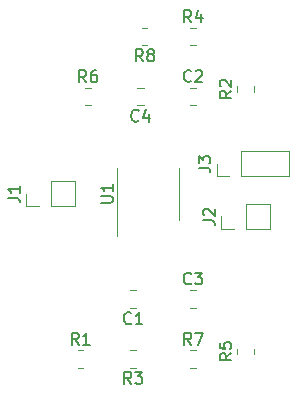
<source format=gbr>
%TF.GenerationSoftware,KiCad,Pcbnew,(6.0.2)*%
%TF.CreationDate,2022-05-06T08:02:59-03:00*%
%TF.ProjectId,Nono_Circuito_SMD,4e6f6e6f-5f43-4697-9263-7569746f5f53,rev?*%
%TF.SameCoordinates,Original*%
%TF.FileFunction,Legend,Top*%
%TF.FilePolarity,Positive*%
%FSLAX46Y46*%
G04 Gerber Fmt 4.6, Leading zero omitted, Abs format (unit mm)*
G04 Created by KiCad (PCBNEW (6.0.2)) date 2022-05-06 08:02:59*
%MOMM*%
%LPD*%
G01*
G04 APERTURE LIST*
%ADD10C,0.150000*%
%ADD11C,0.120000*%
G04 APERTURE END LIST*
D10*
%TO.C,R5*%
X100402380Y-108116666D02*
X99926190Y-108450000D01*
X100402380Y-108688095D02*
X99402380Y-108688095D01*
X99402380Y-108307142D01*
X99450000Y-108211904D01*
X99497619Y-108164285D01*
X99592857Y-108116666D01*
X99735714Y-108116666D01*
X99830952Y-108164285D01*
X99878571Y-108211904D01*
X99926190Y-108307142D01*
X99926190Y-108688095D01*
X99402380Y-107211904D02*
X99402380Y-107688095D01*
X99878571Y-107735714D01*
X99830952Y-107688095D01*
X99783333Y-107592857D01*
X99783333Y-107354761D01*
X99830952Y-107259523D01*
X99878571Y-107211904D01*
X99973809Y-107164285D01*
X100211904Y-107164285D01*
X100307142Y-107211904D01*
X100354761Y-107259523D01*
X100402380Y-107354761D01*
X100402380Y-107592857D01*
X100354761Y-107688095D01*
X100307142Y-107735714D01*
%TO.C,R4*%
X96988333Y-80082380D02*
X96655000Y-79606190D01*
X96416904Y-80082380D02*
X96416904Y-79082380D01*
X96797857Y-79082380D01*
X96893095Y-79130000D01*
X96940714Y-79177619D01*
X96988333Y-79272857D01*
X96988333Y-79415714D01*
X96940714Y-79510952D01*
X96893095Y-79558571D01*
X96797857Y-79606190D01*
X96416904Y-79606190D01*
X97845476Y-79415714D02*
X97845476Y-80082380D01*
X97607380Y-79034761D02*
X97369285Y-79749047D01*
X97988333Y-79749047D01*
%TO.C,U1*%
X89347380Y-95376904D02*
X90156904Y-95376904D01*
X90252142Y-95329285D01*
X90299761Y-95281666D01*
X90347380Y-95186428D01*
X90347380Y-94995952D01*
X90299761Y-94900714D01*
X90252142Y-94853095D01*
X90156904Y-94805476D01*
X89347380Y-94805476D01*
X90347380Y-93805476D02*
X90347380Y-94376904D01*
X90347380Y-94091190D02*
X89347380Y-94091190D01*
X89490238Y-94186428D01*
X89585476Y-94281666D01*
X89633095Y-94376904D01*
%TO.C,C3*%
X96988333Y-102182142D02*
X96940714Y-102229761D01*
X96797857Y-102277380D01*
X96702619Y-102277380D01*
X96559761Y-102229761D01*
X96464523Y-102134523D01*
X96416904Y-102039285D01*
X96369285Y-101848809D01*
X96369285Y-101705952D01*
X96416904Y-101515476D01*
X96464523Y-101420238D01*
X96559761Y-101325000D01*
X96702619Y-101277380D01*
X96797857Y-101277380D01*
X96940714Y-101325000D01*
X96988333Y-101372619D01*
X97321666Y-101277380D02*
X97940714Y-101277380D01*
X97607380Y-101658333D01*
X97750238Y-101658333D01*
X97845476Y-101705952D01*
X97893095Y-101753571D01*
X97940714Y-101848809D01*
X97940714Y-102086904D01*
X97893095Y-102182142D01*
X97845476Y-102229761D01*
X97750238Y-102277380D01*
X97464523Y-102277380D01*
X97369285Y-102229761D01*
X97321666Y-102182142D01*
%TO.C,J2*%
X97992380Y-96853333D02*
X98706666Y-96853333D01*
X98849523Y-96900952D01*
X98944761Y-96996190D01*
X98992380Y-97139047D01*
X98992380Y-97234285D01*
X98087619Y-96424761D02*
X98040000Y-96377142D01*
X97992380Y-96281904D01*
X97992380Y-96043809D01*
X98040000Y-95948571D01*
X98087619Y-95900952D01*
X98182857Y-95853333D01*
X98278095Y-95853333D01*
X98420952Y-95900952D01*
X98992380Y-96472380D01*
X98992380Y-95853333D01*
%TO.C,C4*%
X92543333Y-88397142D02*
X92495714Y-88444761D01*
X92352857Y-88492380D01*
X92257619Y-88492380D01*
X92114761Y-88444761D01*
X92019523Y-88349523D01*
X91971904Y-88254285D01*
X91924285Y-88063809D01*
X91924285Y-87920952D01*
X91971904Y-87730476D01*
X92019523Y-87635238D01*
X92114761Y-87540000D01*
X92257619Y-87492380D01*
X92352857Y-87492380D01*
X92495714Y-87540000D01*
X92543333Y-87587619D01*
X93400476Y-87825714D02*
X93400476Y-88492380D01*
X93162380Y-87444761D02*
X92924285Y-88159047D01*
X93543333Y-88159047D01*
%TO.C,R3*%
X91908333Y-110687380D02*
X91575000Y-110211190D01*
X91336904Y-110687380D02*
X91336904Y-109687380D01*
X91717857Y-109687380D01*
X91813095Y-109735000D01*
X91860714Y-109782619D01*
X91908333Y-109877857D01*
X91908333Y-110020714D01*
X91860714Y-110115952D01*
X91813095Y-110163571D01*
X91717857Y-110211190D01*
X91336904Y-110211190D01*
X92241666Y-109687380D02*
X92860714Y-109687380D01*
X92527380Y-110068333D01*
X92670238Y-110068333D01*
X92765476Y-110115952D01*
X92813095Y-110163571D01*
X92860714Y-110258809D01*
X92860714Y-110496904D01*
X92813095Y-110592142D01*
X92765476Y-110639761D01*
X92670238Y-110687380D01*
X92384523Y-110687380D01*
X92289285Y-110639761D01*
X92241666Y-110592142D01*
%TO.C,J3*%
X97627380Y-92408333D02*
X98341666Y-92408333D01*
X98484523Y-92455952D01*
X98579761Y-92551190D01*
X98627380Y-92694047D01*
X98627380Y-92789285D01*
X97627380Y-92027380D02*
X97627380Y-91408333D01*
X98008333Y-91741666D01*
X98008333Y-91598809D01*
X98055952Y-91503571D01*
X98103571Y-91455952D01*
X98198809Y-91408333D01*
X98436904Y-91408333D01*
X98532142Y-91455952D01*
X98579761Y-91503571D01*
X98627380Y-91598809D01*
X98627380Y-91884523D01*
X98579761Y-91979761D01*
X98532142Y-92027380D01*
%TO.C,R8*%
X92900833Y-83382380D02*
X92567500Y-82906190D01*
X92329404Y-83382380D02*
X92329404Y-82382380D01*
X92710357Y-82382380D01*
X92805595Y-82430000D01*
X92853214Y-82477619D01*
X92900833Y-82572857D01*
X92900833Y-82715714D01*
X92853214Y-82810952D01*
X92805595Y-82858571D01*
X92710357Y-82906190D01*
X92329404Y-82906190D01*
X93472261Y-82810952D02*
X93377023Y-82763333D01*
X93329404Y-82715714D01*
X93281785Y-82620476D01*
X93281785Y-82572857D01*
X93329404Y-82477619D01*
X93377023Y-82430000D01*
X93472261Y-82382380D01*
X93662738Y-82382380D01*
X93757976Y-82430000D01*
X93805595Y-82477619D01*
X93853214Y-82572857D01*
X93853214Y-82620476D01*
X93805595Y-82715714D01*
X93757976Y-82763333D01*
X93662738Y-82810952D01*
X93472261Y-82810952D01*
X93377023Y-82858571D01*
X93329404Y-82906190D01*
X93281785Y-83001428D01*
X93281785Y-83191904D01*
X93329404Y-83287142D01*
X93377023Y-83334761D01*
X93472261Y-83382380D01*
X93662738Y-83382380D01*
X93757976Y-83334761D01*
X93805595Y-83287142D01*
X93853214Y-83191904D01*
X93853214Y-83001428D01*
X93805595Y-82906190D01*
X93757976Y-82858571D01*
X93662738Y-82810952D01*
%TO.C,C2*%
X96988333Y-85037142D02*
X96940714Y-85084761D01*
X96797857Y-85132380D01*
X96702619Y-85132380D01*
X96559761Y-85084761D01*
X96464523Y-84989523D01*
X96416904Y-84894285D01*
X96369285Y-84703809D01*
X96369285Y-84560952D01*
X96416904Y-84370476D01*
X96464523Y-84275238D01*
X96559761Y-84180000D01*
X96702619Y-84132380D01*
X96797857Y-84132380D01*
X96940714Y-84180000D01*
X96988333Y-84227619D01*
X97369285Y-84227619D02*
X97416904Y-84180000D01*
X97512142Y-84132380D01*
X97750238Y-84132380D01*
X97845476Y-84180000D01*
X97893095Y-84227619D01*
X97940714Y-84322857D01*
X97940714Y-84418095D01*
X97893095Y-84560952D01*
X97321666Y-85132380D01*
X97940714Y-85132380D01*
%TO.C,R7*%
X96988333Y-107387380D02*
X96655000Y-106911190D01*
X96416904Y-107387380D02*
X96416904Y-106387380D01*
X96797857Y-106387380D01*
X96893095Y-106435000D01*
X96940714Y-106482619D01*
X96988333Y-106577857D01*
X96988333Y-106720714D01*
X96940714Y-106815952D01*
X96893095Y-106863571D01*
X96797857Y-106911190D01*
X96416904Y-106911190D01*
X97321666Y-106387380D02*
X97988333Y-106387380D01*
X97559761Y-107387380D01*
%TO.C,C1*%
X91908333Y-105542142D02*
X91860714Y-105589761D01*
X91717857Y-105637380D01*
X91622619Y-105637380D01*
X91479761Y-105589761D01*
X91384523Y-105494523D01*
X91336904Y-105399285D01*
X91289285Y-105208809D01*
X91289285Y-105065952D01*
X91336904Y-104875476D01*
X91384523Y-104780238D01*
X91479761Y-104685000D01*
X91622619Y-104637380D01*
X91717857Y-104637380D01*
X91860714Y-104685000D01*
X91908333Y-104732619D01*
X92860714Y-105637380D02*
X92289285Y-105637380D01*
X92575000Y-105637380D02*
X92575000Y-104637380D01*
X92479761Y-104780238D01*
X92384523Y-104875476D01*
X92289285Y-104923095D01*
%TO.C,R2*%
X100402380Y-85891666D02*
X99926190Y-86225000D01*
X100402380Y-86463095D02*
X99402380Y-86463095D01*
X99402380Y-86082142D01*
X99450000Y-85986904D01*
X99497619Y-85939285D01*
X99592857Y-85891666D01*
X99735714Y-85891666D01*
X99830952Y-85939285D01*
X99878571Y-85986904D01*
X99926190Y-86082142D01*
X99926190Y-86463095D01*
X99497619Y-85510714D02*
X99450000Y-85463095D01*
X99402380Y-85367857D01*
X99402380Y-85129761D01*
X99450000Y-85034523D01*
X99497619Y-84986904D01*
X99592857Y-84939285D01*
X99688095Y-84939285D01*
X99830952Y-84986904D01*
X100402380Y-85558333D01*
X100402380Y-84939285D01*
%TO.C,J1*%
X81482380Y-94948333D02*
X82196666Y-94948333D01*
X82339523Y-94995952D01*
X82434761Y-95091190D01*
X82482380Y-95234047D01*
X82482380Y-95329285D01*
X82482380Y-93948333D02*
X82482380Y-94519761D01*
X82482380Y-94234047D02*
X81482380Y-94234047D01*
X81625238Y-94329285D01*
X81720476Y-94424523D01*
X81768095Y-94519761D01*
%TO.C,R1*%
X87463333Y-107387380D02*
X87130000Y-106911190D01*
X86891904Y-107387380D02*
X86891904Y-106387380D01*
X87272857Y-106387380D01*
X87368095Y-106435000D01*
X87415714Y-106482619D01*
X87463333Y-106577857D01*
X87463333Y-106720714D01*
X87415714Y-106815952D01*
X87368095Y-106863571D01*
X87272857Y-106911190D01*
X86891904Y-106911190D01*
X88415714Y-107387380D02*
X87844285Y-107387380D01*
X88130000Y-107387380D02*
X88130000Y-106387380D01*
X88034761Y-106530238D01*
X87939523Y-106625476D01*
X87844285Y-106673095D01*
%TO.C,R6*%
X88098333Y-85162380D02*
X87765000Y-84686190D01*
X87526904Y-85162380D02*
X87526904Y-84162380D01*
X87907857Y-84162380D01*
X88003095Y-84210000D01*
X88050714Y-84257619D01*
X88098333Y-84352857D01*
X88098333Y-84495714D01*
X88050714Y-84590952D01*
X88003095Y-84638571D01*
X87907857Y-84686190D01*
X87526904Y-84686190D01*
X88955476Y-84162380D02*
X88765000Y-84162380D01*
X88669761Y-84210000D01*
X88622142Y-84257619D01*
X88526904Y-84400476D01*
X88479285Y-84590952D01*
X88479285Y-84971904D01*
X88526904Y-85067142D01*
X88574523Y-85114761D01*
X88669761Y-85162380D01*
X88860238Y-85162380D01*
X88955476Y-85114761D01*
X89003095Y-85067142D01*
X89050714Y-84971904D01*
X89050714Y-84733809D01*
X89003095Y-84638571D01*
X88955476Y-84590952D01*
X88860238Y-84543333D01*
X88669761Y-84543333D01*
X88574523Y-84590952D01*
X88526904Y-84638571D01*
X88479285Y-84733809D01*
D11*
%TO.C,R5*%
X100865000Y-108177064D02*
X100865000Y-107722936D01*
X102335000Y-108177064D02*
X102335000Y-107722936D01*
%TO.C,R4*%
X96927936Y-82015000D02*
X97382064Y-82015000D01*
X96927936Y-80545000D02*
X97382064Y-80545000D01*
%TO.C,U1*%
X95955000Y-94615000D02*
X95955000Y-96815000D01*
X95955000Y-94615000D02*
X95955000Y-92415000D01*
X90735000Y-94615000D02*
X90735000Y-92415000D01*
X90735000Y-94615000D02*
X90735000Y-98215000D01*
%TO.C,C3*%
X96893748Y-102770000D02*
X97416252Y-102770000D01*
X96893748Y-104240000D02*
X97416252Y-104240000D01*
%TO.C,J2*%
X100600000Y-97580000D02*
X99540000Y-97580000D01*
X99540000Y-97580000D02*
X99540000Y-96520000D01*
X103660000Y-97580000D02*
X103660000Y-95460000D01*
X101600000Y-95460000D02*
X103660000Y-95460000D01*
X101600000Y-97580000D02*
X103660000Y-97580000D01*
X101600000Y-97580000D02*
X101600000Y-95460000D01*
%TO.C,C4*%
X92971252Y-87095000D02*
X92448748Y-87095000D01*
X92971252Y-85625000D02*
X92448748Y-85625000D01*
%TO.C,R3*%
X92302064Y-109320000D02*
X91847936Y-109320000D01*
X92302064Y-107850000D02*
X91847936Y-107850000D01*
%TO.C,J3*%
X101235000Y-93135000D02*
X101235000Y-91015000D01*
X101235000Y-91015000D02*
X105295000Y-91015000D01*
X105295000Y-93135000D02*
X105295000Y-91015000D01*
X101235000Y-93135000D02*
X105295000Y-93135000D01*
X100235000Y-93135000D02*
X99175000Y-93135000D01*
X99175000Y-93135000D02*
X99175000Y-92075000D01*
%TO.C,R8*%
X93294564Y-82015000D02*
X92840436Y-82015000D01*
X93294564Y-80545000D02*
X92840436Y-80545000D01*
%TO.C,C2*%
X96893748Y-85625000D02*
X97416252Y-85625000D01*
X96893748Y-87095000D02*
X97416252Y-87095000D01*
%TO.C,R7*%
X96927936Y-107850000D02*
X97382064Y-107850000D01*
X96927936Y-109320000D02*
X97382064Y-109320000D01*
%TO.C,C1*%
X92336252Y-102770000D02*
X91813748Y-102770000D01*
X92336252Y-104240000D02*
X91813748Y-104240000D01*
%TO.C,R2*%
X100865000Y-85952064D02*
X100865000Y-85497936D01*
X102335000Y-85952064D02*
X102335000Y-85497936D01*
%TO.C,J1*%
X85090000Y-95675000D02*
X87150000Y-95675000D01*
X84090000Y-95675000D02*
X83030000Y-95675000D01*
X87150000Y-95675000D02*
X87150000Y-93555000D01*
X83030000Y-95675000D02*
X83030000Y-94615000D01*
X85090000Y-95675000D02*
X85090000Y-93555000D01*
X85090000Y-93555000D02*
X87150000Y-93555000D01*
%TO.C,R1*%
X87402936Y-109320000D02*
X87857064Y-109320000D01*
X87402936Y-107850000D02*
X87857064Y-107850000D01*
%TO.C,R6*%
X88037936Y-87095000D02*
X88492064Y-87095000D01*
X88037936Y-85625000D02*
X88492064Y-85625000D01*
%TD*%
M02*

</source>
